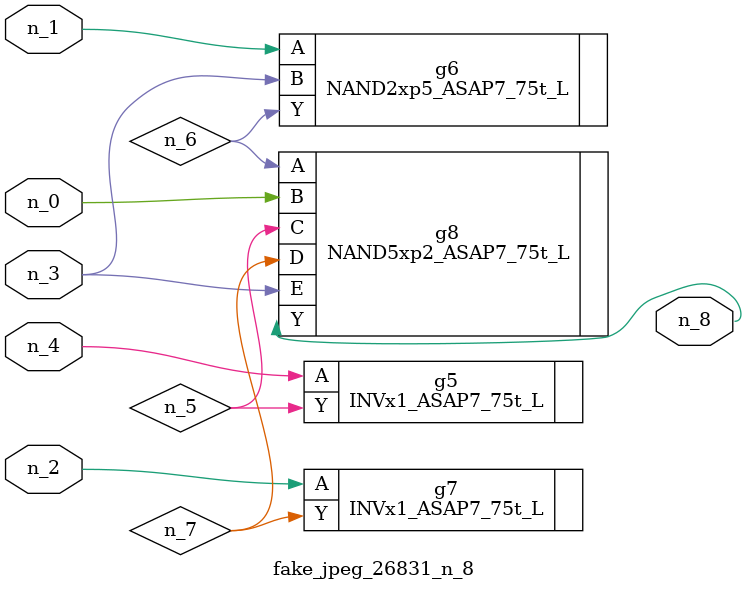
<source format=v>
module fake_jpeg_26831_n_8 (n_3, n_2, n_1, n_0, n_4, n_8);

input n_3;
input n_2;
input n_1;
input n_0;
input n_4;

output n_8;

wire n_6;
wire n_5;
wire n_7;

INVx1_ASAP7_75t_L g5 ( 
.A(n_4),
.Y(n_5)
);

NAND2xp5_ASAP7_75t_L g6 ( 
.A(n_1),
.B(n_3),
.Y(n_6)
);

INVx1_ASAP7_75t_L g7 ( 
.A(n_2),
.Y(n_7)
);

NAND5xp2_ASAP7_75t_L g8 ( 
.A(n_6),
.B(n_0),
.C(n_5),
.D(n_7),
.E(n_3),
.Y(n_8)
);


endmodule
</source>
